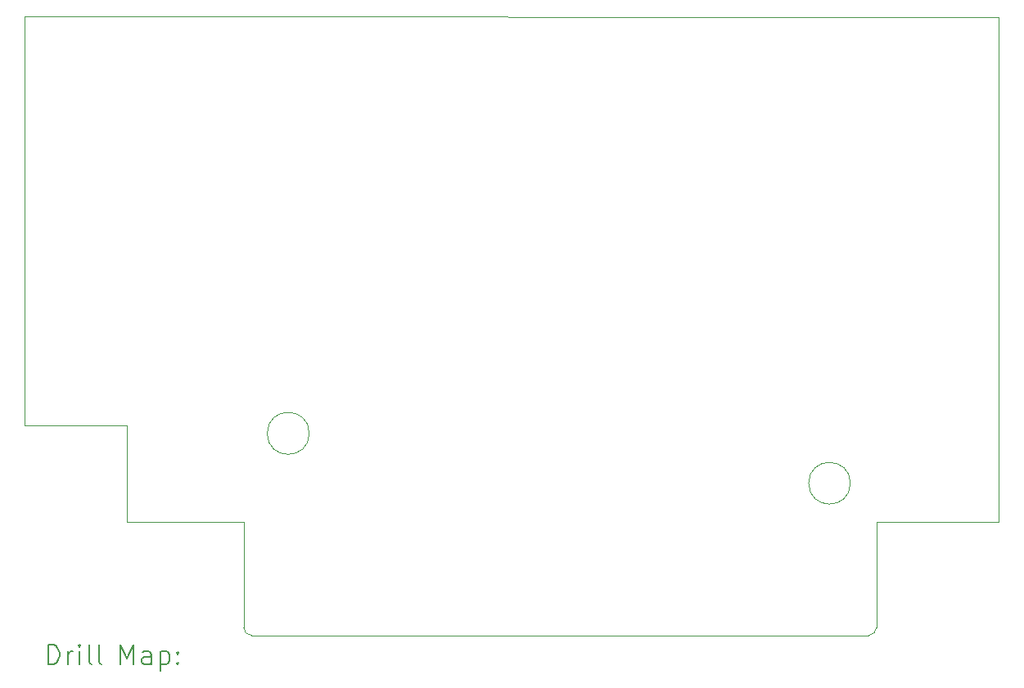
<source format=gbr>
%TF.GenerationSoftware,KiCad,Pcbnew,(7.0.0)*%
%TF.CreationDate,2023-03-31T15:07:01+09:00*%
%TF.ProjectId,project3,70726f6a-6563-4743-932e-6b696361645f,rev?*%
%TF.SameCoordinates,Original*%
%TF.FileFunction,Drillmap*%
%TF.FilePolarity,Positive*%
%FSLAX45Y45*%
G04 Gerber Fmt 4.5, Leading zero omitted, Abs format (unit mm)*
G04 Created by KiCad (PCBNEW (7.0.0)) date 2023-03-31 15:07:01*
%MOMM*%
%LPD*%
G01*
G04 APERTURE LIST*
%ADD10C,0.100000*%
%ADD11C,0.200000*%
G04 APERTURE END LIST*
D10*
X9993847Y-11753266D02*
X11204471Y-11752841D01*
X11204471Y-11752841D02*
X11205321Y-12847243D01*
X11205322Y-12847243D02*
G75*
G03*
X11285366Y-12927099I80468J613D01*
G01*
X11883476Y-10836233D02*
G75*
G03*
X11883476Y-10836233I-217619J0D01*
G01*
X17480707Y-11352404D02*
G75*
G03*
X17480707Y-11352404I-215965J0D01*
G01*
X11285366Y-12927099D02*
X17671660Y-12925943D01*
X8941780Y-6524402D02*
X8942576Y-10753414D01*
X8942576Y-10753414D02*
X9992997Y-10752776D01*
X17749295Y-12846606D02*
X17748448Y-11754753D01*
X19016546Y-6532609D02*
X8941780Y-6524402D01*
X17671660Y-12925947D02*
G75*
G03*
X17749295Y-12846606I-1720J79337D01*
G01*
X19017704Y-11754275D02*
X19016546Y-6532609D01*
X9992997Y-10752776D02*
X9993847Y-11753266D01*
X17748448Y-11754753D02*
X19017704Y-11754275D01*
D11*
X9184399Y-13225575D02*
X9184399Y-13025575D01*
X9184399Y-13025575D02*
X9232018Y-13025575D01*
X9232018Y-13025575D02*
X9260589Y-13035099D01*
X9260589Y-13035099D02*
X9279637Y-13054147D01*
X9279637Y-13054147D02*
X9289160Y-13073194D01*
X9289160Y-13073194D02*
X9298684Y-13111289D01*
X9298684Y-13111289D02*
X9298684Y-13139861D01*
X9298684Y-13139861D02*
X9289160Y-13177956D01*
X9289160Y-13177956D02*
X9279637Y-13197004D01*
X9279637Y-13197004D02*
X9260589Y-13216051D01*
X9260589Y-13216051D02*
X9232018Y-13225575D01*
X9232018Y-13225575D02*
X9184399Y-13225575D01*
X9384399Y-13225575D02*
X9384399Y-13092242D01*
X9384399Y-13130337D02*
X9393922Y-13111289D01*
X9393922Y-13111289D02*
X9403446Y-13101766D01*
X9403446Y-13101766D02*
X9422494Y-13092242D01*
X9422494Y-13092242D02*
X9441541Y-13092242D01*
X9508208Y-13225575D02*
X9508208Y-13092242D01*
X9508208Y-13025575D02*
X9498684Y-13035099D01*
X9498684Y-13035099D02*
X9508208Y-13044623D01*
X9508208Y-13044623D02*
X9517732Y-13035099D01*
X9517732Y-13035099D02*
X9508208Y-13025575D01*
X9508208Y-13025575D02*
X9508208Y-13044623D01*
X9632018Y-13225575D02*
X9612970Y-13216051D01*
X9612970Y-13216051D02*
X9603446Y-13197004D01*
X9603446Y-13197004D02*
X9603446Y-13025575D01*
X9736779Y-13225575D02*
X9717732Y-13216051D01*
X9717732Y-13216051D02*
X9708208Y-13197004D01*
X9708208Y-13197004D02*
X9708208Y-13025575D01*
X9932970Y-13225575D02*
X9932970Y-13025575D01*
X9932970Y-13025575D02*
X9999637Y-13168432D01*
X9999637Y-13168432D02*
X10066303Y-13025575D01*
X10066303Y-13025575D02*
X10066303Y-13225575D01*
X10247256Y-13225575D02*
X10247256Y-13120813D01*
X10247256Y-13120813D02*
X10237732Y-13101766D01*
X10237732Y-13101766D02*
X10218684Y-13092242D01*
X10218684Y-13092242D02*
X10180589Y-13092242D01*
X10180589Y-13092242D02*
X10161541Y-13101766D01*
X10247256Y-13216051D02*
X10228208Y-13225575D01*
X10228208Y-13225575D02*
X10180589Y-13225575D01*
X10180589Y-13225575D02*
X10161541Y-13216051D01*
X10161541Y-13216051D02*
X10152018Y-13197004D01*
X10152018Y-13197004D02*
X10152018Y-13177956D01*
X10152018Y-13177956D02*
X10161541Y-13158909D01*
X10161541Y-13158909D02*
X10180589Y-13149385D01*
X10180589Y-13149385D02*
X10228208Y-13149385D01*
X10228208Y-13149385D02*
X10247256Y-13139861D01*
X10342494Y-13092242D02*
X10342494Y-13292242D01*
X10342494Y-13101766D02*
X10361541Y-13092242D01*
X10361541Y-13092242D02*
X10399637Y-13092242D01*
X10399637Y-13092242D02*
X10418684Y-13101766D01*
X10418684Y-13101766D02*
X10428208Y-13111289D01*
X10428208Y-13111289D02*
X10437732Y-13130337D01*
X10437732Y-13130337D02*
X10437732Y-13187480D01*
X10437732Y-13187480D02*
X10428208Y-13206528D01*
X10428208Y-13206528D02*
X10418684Y-13216051D01*
X10418684Y-13216051D02*
X10399637Y-13225575D01*
X10399637Y-13225575D02*
X10361541Y-13225575D01*
X10361541Y-13225575D02*
X10342494Y-13216051D01*
X10523446Y-13206528D02*
X10532970Y-13216051D01*
X10532970Y-13216051D02*
X10523446Y-13225575D01*
X10523446Y-13225575D02*
X10513922Y-13216051D01*
X10513922Y-13216051D02*
X10523446Y-13206528D01*
X10523446Y-13206528D02*
X10523446Y-13225575D01*
X10523446Y-13101766D02*
X10532970Y-13111289D01*
X10532970Y-13111289D02*
X10523446Y-13120813D01*
X10523446Y-13120813D02*
X10513922Y-13111289D01*
X10513922Y-13111289D02*
X10523446Y-13101766D01*
X10523446Y-13101766D02*
X10523446Y-13120813D01*
M02*

</source>
